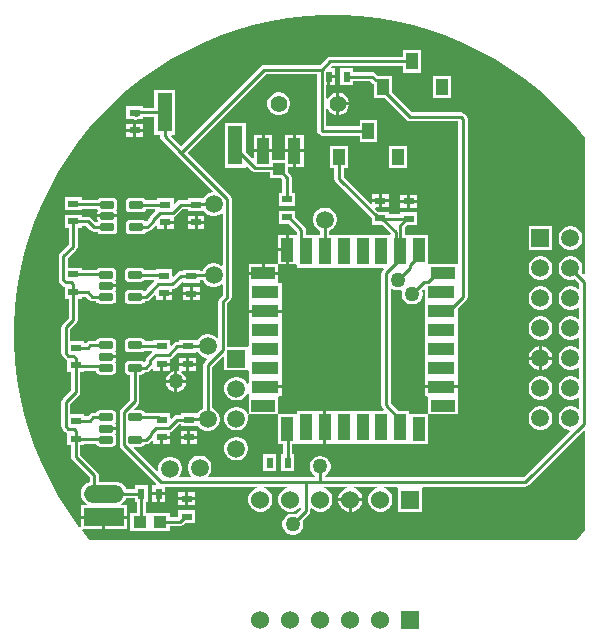
<source format=gbl>
G04*
G04 #@! TF.GenerationSoftware,Altium Limited,Altium Designer,22.7.1 (60)*
G04*
G04 Layer_Physical_Order=4*
G04 Layer_Color=16711680*
%FSLAX44Y44*%
%MOMM*%
G71*
G04*
G04 #@! TF.SameCoordinates,445EDDF3-7DE9-4779-8E76-6141CBC7C01E*
G04*
G04*
G04 #@! TF.FilePolarity,Positive*
G04*
G01*
G75*
%ADD16C,0.2540*%
%ADD24R,0.6000X0.9000*%
%ADD25R,0.9000X0.6000*%
%ADD28R,1.0000X1.4000*%
%ADD55C,1.5240*%
%ADD56C,1.5000*%
%ADD57C,1.3980*%
%ADD58R,1.5240X1.5240*%
%ADD59R,1.5000X1.5000*%
%ADD60C,1.2700*%
%ADD71R,1.2700X3.3000*%
%ADD72R,1.0000X1.0500*%
%ADD73R,1.0500X2.2000*%
%ADD74R,3.4000X1.5000*%
G04:AMPARAMS|DCode=75|XSize=0.67mm|YSize=1.17mm|CornerRadius=0.0402mm|HoleSize=0mm|Usage=FLASHONLY|Rotation=90.000|XOffset=0mm|YOffset=0mm|HoleType=Round|Shape=RoundedRectangle|*
%AMROUNDEDRECTD75*
21,1,0.6700,1.0896,0,0,90.0*
21,1,0.5896,1.1700,0,0,90.0*
1,1,0.0804,0.5448,0.2948*
1,1,0.0804,0.5448,-0.2948*
1,1,0.0804,-0.5448,-0.2948*
1,1,0.0804,-0.5448,0.2948*
%
%ADD75ROUNDEDRECTD75*%
%ADD76R,1.0000X2.0000*%
%ADD77R,2.0000X1.0000*%
%ADD78R,2.3000X1.0000*%
%ADD79R,1.0000X2.3000*%
%ADD80O,3.4000X1.5000*%
%ADD81R,1.1000X1.0000*%
G36*
X297694Y544053D02*
X312745Y542357D01*
X327676Y539820D01*
X342442Y536450D01*
X356995Y532257D01*
X371291Y527255D01*
X385283Y521459D01*
X398929Y514888D01*
X412185Y507562D01*
X425009Y499504D01*
X437361Y490740D01*
X449202Y481297D01*
X460495Y471204D01*
X471204Y460495D01*
X481297Y449202D01*
X488000Y440796D01*
Y429479D01*
Y412983D01*
Y407500D01*
Y394356D01*
Y385283D01*
Y373046D01*
Y361504D01*
Y348166D01*
Y338834D01*
Y326090D01*
X486730Y325564D01*
X485359Y326935D01*
X486040Y329478D01*
Y332122D01*
X485356Y334675D01*
X484034Y336965D01*
X482165Y338834D01*
X479875Y340156D01*
X477322Y340840D01*
X474678D01*
X472125Y340156D01*
X469835Y338834D01*
X467966Y336965D01*
X466644Y334675D01*
X465960Y332122D01*
Y329478D01*
X466644Y326925D01*
X467966Y324635D01*
X469835Y322766D01*
X472125Y321444D01*
X474678Y320760D01*
X477322D01*
X479865Y321441D01*
X483425Y317881D01*
Y313833D01*
X482252Y313347D01*
X482165Y313434D01*
X479875Y314756D01*
X477322Y315440D01*
X474678D01*
X472125Y314756D01*
X469835Y313434D01*
X467966Y311565D01*
X466644Y309275D01*
X465960Y306722D01*
Y304078D01*
X466644Y301525D01*
X467966Y299235D01*
X469835Y297366D01*
X472125Y296044D01*
X474678Y295360D01*
X477322D01*
X479875Y296044D01*
X482165Y297366D01*
X482252Y297453D01*
X483425Y296967D01*
Y288433D01*
X482252Y287947D01*
X482165Y288034D01*
X479875Y289356D01*
X477322Y290040D01*
X474678D01*
X472125Y289356D01*
X469835Y288034D01*
X467966Y286165D01*
X466644Y283875D01*
X465960Y281322D01*
Y278678D01*
X466644Y276125D01*
X467966Y273835D01*
X469835Y271966D01*
X472125Y270644D01*
X474678Y269960D01*
X477322D01*
X479875Y270644D01*
X482165Y271966D01*
X482252Y272053D01*
X483425Y271567D01*
Y263033D01*
X482252Y262547D01*
X482165Y262634D01*
X479875Y263956D01*
X477322Y264640D01*
X474678D01*
X472125Y263956D01*
X469835Y262634D01*
X467966Y260765D01*
X466644Y258475D01*
X465960Y255922D01*
Y253278D01*
X466644Y250725D01*
X467966Y248435D01*
X469835Y246566D01*
X472125Y245244D01*
X474678Y244560D01*
X477322D01*
X479875Y245244D01*
X482165Y246566D01*
X482252Y246653D01*
X483425Y246167D01*
Y237633D01*
X482252Y237147D01*
X482165Y237234D01*
X479875Y238556D01*
X477322Y239240D01*
X474678D01*
X472125Y238556D01*
X469835Y237234D01*
X467966Y235365D01*
X466644Y233075D01*
X465960Y230522D01*
Y227878D01*
X466644Y225325D01*
X467966Y223035D01*
X469835Y221166D01*
X472125Y219844D01*
X474678Y219160D01*
X477322D01*
X479875Y219844D01*
X482165Y221166D01*
X482252Y221253D01*
X483425Y220767D01*
Y212233D01*
X482252Y211747D01*
X482165Y211834D01*
X479875Y213156D01*
X477322Y213840D01*
X474678D01*
X472125Y213156D01*
X469835Y211834D01*
X467966Y209965D01*
X466644Y207675D01*
X465960Y205122D01*
Y202478D01*
X466644Y199925D01*
X467966Y197635D01*
X469835Y195766D01*
X472125Y194444D01*
X474678Y193760D01*
X474802D01*
X475288Y192587D01*
X436276Y153575D01*
X267885D01*
Y154978D01*
X269459Y155886D01*
X271114Y157541D01*
X272284Y159569D01*
X272890Y161830D01*
Y164170D01*
X272284Y166431D01*
X271114Y168459D01*
X269459Y170114D01*
X267431Y171284D01*
X265170Y171890D01*
X262830D01*
X260569Y171284D01*
X258541Y170114D01*
X256886Y168459D01*
X255716Y166431D01*
X255110Y164170D01*
Y161830D01*
X255716Y159569D01*
X256886Y157541D01*
X258541Y155886D01*
X260115Y154978D01*
Y153575D01*
X169569D01*
X169043Y154845D01*
X170034Y155835D01*
X171356Y158125D01*
X172040Y160678D01*
Y163322D01*
X171356Y165875D01*
X170034Y168165D01*
X168165Y170034D01*
X165875Y171356D01*
X163322Y172040D01*
X160678D01*
X158125Y171356D01*
X155835Y170034D01*
X153966Y168165D01*
X152644Y165875D01*
X151960Y163322D01*
Y160678D01*
X152644Y158125D01*
X153966Y155835D01*
X154957Y154845D01*
X154431Y153575D01*
X145433D01*
X144947Y154748D01*
X145034Y154835D01*
X146356Y157125D01*
X147040Y159678D01*
Y162322D01*
X146356Y164875D01*
X145034Y167165D01*
X143165Y169034D01*
X140875Y170356D01*
X138322Y171040D01*
X135678D01*
X133125Y170356D01*
X130835Y169034D01*
X128966Y167165D01*
X127644Y164875D01*
X126960Y162322D01*
Y159678D01*
X127010Y159490D01*
X125872Y158833D01*
X106226Y178479D01*
X106712Y179652D01*
X112648D01*
X113796Y179881D01*
X114769Y180531D01*
X115419Y181504D01*
X115461Y181715D01*
X116600D01*
X118087Y182011D01*
X119347Y182853D01*
X121787Y185293D01*
X122960Y184807D01*
Y181960D01*
X128730D01*
Y187500D01*
X130000D01*
Y188770D01*
X137040D01*
Y191997D01*
X137565Y192101D01*
X138825Y192943D01*
X144497Y198615D01*
X145960D01*
Y196960D01*
X160040D01*
X160040Y196960D01*
X161173Y196629D01*
X162835Y194966D01*
X165125Y193644D01*
X167678Y192960D01*
X170322D01*
X172875Y193644D01*
X175165Y194966D01*
X177034Y196835D01*
X178356Y199125D01*
X179040Y201678D01*
Y204322D01*
X178356Y206875D01*
X177034Y209165D01*
X175165Y211034D01*
X172885Y212350D01*
Y247396D01*
X181787Y256298D01*
X182960Y255812D01*
Y244160D01*
X202190D01*
X203040Y244160D01*
X203460Y243064D01*
Y239310D01*
X203460Y238960D01*
Y238040D01*
X203460Y237690D01*
Y233277D01*
X202190Y232962D01*
X201034Y234965D01*
X199165Y236834D01*
X196875Y238156D01*
X194322Y238840D01*
X191678D01*
X189125Y238156D01*
X186835Y236834D01*
X184966Y234965D01*
X183644Y232675D01*
X182960Y230122D01*
Y227478D01*
X183644Y224925D01*
X184966Y222635D01*
X186835Y220766D01*
X189125Y219444D01*
X191678Y218760D01*
X194322D01*
X196875Y219444D01*
X199165Y220766D01*
X201034Y222635D01*
X202190Y224638D01*
X203460Y224323D01*
X203460Y222040D01*
X203460Y221690D01*
Y208108D01*
X203460Y208100D01*
X203460Y208100D01*
X203460Y207877D01*
X202654Y207677D01*
X201716Y208384D01*
X201034Y209565D01*
X199165Y211434D01*
X196875Y212756D01*
X194322Y213440D01*
X191678D01*
X189125Y212756D01*
X186835Y211434D01*
X184966Y209565D01*
X183644Y207275D01*
X182960Y204722D01*
Y202078D01*
X183644Y199525D01*
X184966Y197235D01*
X186835Y195366D01*
X189125Y194044D01*
X191678Y193360D01*
X194322D01*
X196875Y194044D01*
X199165Y195366D01*
X201034Y197235D01*
X202356Y199525D01*
X203040Y202078D01*
Y204722D01*
X202880Y205319D01*
X203267Y206521D01*
Y206521D01*
X203267Y206521D01*
Y206521D01*
X203755Y206960D01*
X204312Y206960D01*
X227303D01*
X228460Y206960D01*
X228460Y205803D01*
Y181960D01*
X232615D01*
Y173040D01*
X230960D01*
Y158960D01*
X242040D01*
Y173040D01*
X240385D01*
Y181960D01*
X243190D01*
X243540Y181960D01*
X244460D01*
X244810Y181960D01*
X259190D01*
X259540Y181960D01*
X260460D01*
X260810Y181960D01*
X266730D01*
Y196000D01*
Y210040D01*
X260810D01*
X260460Y210040D01*
X259540D01*
X259190Y210040D01*
X244460D01*
Y207885D01*
X243540Y207040D01*
X243190Y207040D01*
X229697D01*
X228540Y207040D01*
X228540Y208197D01*
Y221690D01*
X228540Y222040D01*
X229385Y222960D01*
X231540D01*
Y229230D01*
X217500D01*
Y231770D01*
X231540D01*
Y237690D01*
X231540Y238040D01*
Y238960D01*
X231540Y239310D01*
Y253690D01*
X231540Y254040D01*
Y254960D01*
X231540Y255310D01*
Y269690D01*
X231540Y270040D01*
Y270960D01*
X231540Y271310D01*
Y285690D01*
X231540Y286040D01*
Y286960D01*
X231540Y287310D01*
Y293230D01*
X217500D01*
X203460D01*
Y287310D01*
X203460Y286960D01*
Y286040D01*
X203460Y285690D01*
Y271310D01*
X203460Y270960D01*
Y270040D01*
X203460Y269690D01*
Y265336D01*
X203040Y264240D01*
X202190Y264240D01*
X185575D01*
Y300954D01*
X188057Y303436D01*
X188899Y304697D01*
X189195Y306183D01*
Y389685D01*
X188899Y391171D01*
X188057Y392432D01*
X151991Y428497D01*
X218463Y494970D01*
X261345D01*
Y447770D01*
X261641Y446283D01*
X262483Y445023D01*
X263253Y444253D01*
X264513Y443411D01*
X266000Y443115D01*
X297460D01*
Y437460D01*
X312540D01*
Y456540D01*
X297460D01*
Y450885D01*
X269115D01*
Y465522D01*
X270385Y465862D01*
X271374Y464148D01*
X273148Y462374D01*
X275322Y461119D01*
X277730Y460474D01*
Y470000D01*
Y479526D01*
X275322Y478881D01*
X273148Y477626D01*
X271374Y475852D01*
X270385Y474138D01*
X269115Y474478D01*
Y485960D01*
X270230D01*
Y493000D01*
X271500D01*
Y494270D01*
X277040D01*
Y500040D01*
X273569D01*
X273083Y501213D01*
X273985Y502115D01*
X334460D01*
Y496460D01*
X349540D01*
Y515540D01*
X334460D01*
Y509885D01*
X272376D01*
X270889Y509589D01*
X269629Y508747D01*
X263621Y502739D01*
X216854D01*
X215368Y502443D01*
X214108Y501601D01*
X146497Y433991D01*
X137802Y442687D01*
X138288Y443860D01*
X141290D01*
Y481940D01*
X123510D01*
Y466785D01*
X114040D01*
Y468040D01*
X99960D01*
Y456960D01*
X105440D01*
X105513Y456911D01*
X107000Y456615D01*
X108500D01*
X109987Y456911D01*
X110060Y456960D01*
X114040D01*
Y459015D01*
X123510D01*
Y443860D01*
X128515D01*
Y442595D01*
X128811Y441108D01*
X129653Y439848D01*
X143750Y425751D01*
X173288Y396213D01*
X172802Y395040D01*
X172678D01*
X170125Y394356D01*
X167835Y393034D01*
X165966Y391165D01*
X165317Y390040D01*
X151960D01*
Y388385D01*
X145888D01*
X144402Y388089D01*
X143141Y387247D01*
X141213Y385319D01*
X140040Y385805D01*
Y390040D01*
X125960D01*
Y388335D01*
X116451D01*
X116419Y388496D01*
X115769Y389469D01*
X114796Y390119D01*
X113648Y390348D01*
X102752D01*
X101604Y390119D01*
X100631Y389469D01*
X99981Y388496D01*
X99752Y387348D01*
Y381452D01*
X99981Y380304D01*
X100631Y379331D01*
X101604Y378681D01*
X102752Y378452D01*
X113648D01*
X114796Y378681D01*
X115769Y379331D01*
X116419Y380304D01*
X116471Y380565D01*
X123887D01*
X124413Y379295D01*
X119644Y374526D01*
X118802Y373266D01*
X118506Y371779D01*
Y371740D01*
X117352Y370586D01*
X115769Y370669D01*
X114796Y371319D01*
X113648Y371548D01*
X102752D01*
X101604Y371319D01*
X100631Y370669D01*
X99981Y369696D01*
X99752Y368548D01*
Y362652D01*
X99981Y361504D01*
X100631Y360531D01*
X101604Y359881D01*
X102752Y359652D01*
X113648D01*
X114796Y359881D01*
X115769Y360531D01*
X116419Y361504D01*
X116461Y361715D01*
X117860D01*
X119347Y362011D01*
X120607Y362853D01*
X124690Y366936D01*
X125960Y366410D01*
Y363960D01*
X131730D01*
Y369500D01*
X133000D01*
Y370770D01*
X140040D01*
Y373997D01*
X140565Y374101D01*
X141825Y374943D01*
X147497Y380615D01*
X151960D01*
Y378960D01*
X165894D01*
X165966Y378835D01*
X167835Y376966D01*
X170125Y375644D01*
X172678Y374960D01*
X175322D01*
X177875Y375644D01*
X180165Y376966D01*
X180252Y377053D01*
X181425Y376567D01*
Y333433D01*
X180252Y332947D01*
X180165Y333034D01*
X177875Y334356D01*
X175322Y335040D01*
X172678D01*
X170125Y334356D01*
X167835Y333034D01*
X165966Y331165D01*
X164644Y328875D01*
X164580Y328635D01*
X162040D01*
Y329540D01*
X147960D01*
Y328385D01*
X146500D01*
X145013Y328089D01*
X143753Y327247D01*
X140213Y323707D01*
X139040Y324193D01*
Y330040D01*
X124960D01*
Y328835D01*
X115551D01*
X115419Y329496D01*
X114769Y330469D01*
X113796Y331119D01*
X112648Y331348D01*
X101752D01*
X100604Y331119D01*
X99631Y330469D01*
X98981Y329496D01*
X98752Y328348D01*
Y322452D01*
X98981Y321304D01*
X99631Y320331D01*
X100604Y319681D01*
X101752Y319452D01*
X112648D01*
X113796Y319681D01*
X114769Y320331D01*
X115260Y321065D01*
X123552D01*
X123938Y319795D01*
X123865Y319747D01*
X118644Y314526D01*
X117802Y313266D01*
X117745Y312979D01*
X116352Y311586D01*
X114769Y311669D01*
X113796Y312319D01*
X112648Y312548D01*
X101752D01*
X100604Y312319D01*
X99631Y311669D01*
X98981Y310696D01*
X98752Y309548D01*
Y303652D01*
X98981Y302504D01*
X99631Y301531D01*
X100604Y300881D01*
X101752Y300652D01*
X112648D01*
X113796Y300881D01*
X114769Y301531D01*
X115419Y302504D01*
X115461Y302715D01*
X116860D01*
X118347Y303011D01*
X119607Y303853D01*
X123690Y307936D01*
X124960Y307410D01*
Y303960D01*
X130730D01*
Y309500D01*
X132000D01*
Y310770D01*
X139040D01*
Y313123D01*
X140487Y313411D01*
X141747Y314253D01*
X146787Y319293D01*
X147960Y318807D01*
Y318460D01*
X162040D01*
Y320865D01*
X164794D01*
X165966Y318835D01*
X167835Y316966D01*
X170125Y315644D01*
X172678Y314960D01*
X175322D01*
X177875Y315644D01*
X180165Y316966D01*
X180252Y317053D01*
X181425Y316567D01*
Y307792D01*
X178943Y305310D01*
X178101Y304050D01*
X177805Y302563D01*
Y272189D01*
X176535Y271663D01*
X175165Y273034D01*
X172875Y274356D01*
X170322Y275040D01*
X167678D01*
X165125Y274356D01*
X162835Y273034D01*
X160966Y271165D01*
X160310Y270028D01*
X159040Y270040D01*
Y270040D01*
X144960D01*
Y268385D01*
X142888D01*
X141402Y268089D01*
X140141Y267247D01*
X138213Y265319D01*
X137040Y265805D01*
Y270040D01*
X122960D01*
Y268835D01*
X115551D01*
X115419Y269496D01*
X114769Y270469D01*
X113796Y271119D01*
X112648Y271348D01*
X101752D01*
X100604Y271119D01*
X99631Y270469D01*
X98981Y269496D01*
X98752Y268348D01*
Y262452D01*
X98981Y261304D01*
X99631Y260331D01*
X100604Y259681D01*
X101752Y259452D01*
X112648D01*
X113796Y259681D01*
X114769Y260331D01*
X115260Y261065D01*
X121387D01*
X121913Y259795D01*
X117644Y255526D01*
X116802Y254266D01*
X116506Y252779D01*
X115277Y251642D01*
X114769Y251669D01*
X113796Y252319D01*
X112648Y252548D01*
X101752D01*
X100604Y252319D01*
X99631Y251669D01*
X98981Y250696D01*
X98752Y249548D01*
Y243652D01*
X98981Y242504D01*
X99631Y241531D01*
X100604Y240881D01*
X101752Y240652D01*
X103315D01*
Y219598D01*
X95333Y211616D01*
X94491Y210356D01*
X94195Y208869D01*
Y181131D01*
X94491Y179644D01*
X95333Y178384D01*
X125504Y148213D01*
X125018Y147040D01*
X121960D01*
Y141270D01*
X127500D01*
X133040D01*
Y145805D01*
X210410D01*
X210578Y144535D01*
X209578Y144268D01*
X207262Y142930D01*
X205370Y141038D01*
X204032Y138722D01*
X203340Y136138D01*
Y133462D01*
X204032Y130878D01*
X205370Y128562D01*
X207262Y126670D01*
X209578Y125332D01*
X212162Y124640D01*
X214838D01*
X217422Y125332D01*
X219738Y126670D01*
X221630Y128562D01*
X222968Y130878D01*
X223660Y133462D01*
Y136138D01*
X222968Y138722D01*
X221630Y141038D01*
X219738Y142930D01*
X217422Y144268D01*
X216422Y144535D01*
X216590Y145805D01*
X235810D01*
X235978Y144535D01*
X234978Y144268D01*
X232662Y142930D01*
X230770Y141038D01*
X229432Y138722D01*
X228740Y136138D01*
Y133462D01*
X229432Y130878D01*
X230770Y128562D01*
X232662Y126670D01*
X234978Y125332D01*
X237562Y124640D01*
X240238D01*
X242822Y125332D01*
X245138Y126670D01*
X246845Y128377D01*
X248115Y128116D01*
Y126609D01*
X243926Y122420D01*
X242170Y122890D01*
X239830D01*
X237569Y122284D01*
X235541Y121114D01*
X233886Y119459D01*
X232716Y117431D01*
X232110Y115170D01*
Y112830D01*
X232716Y110569D01*
X233886Y108541D01*
X235541Y106886D01*
X237569Y105716D01*
X239830Y105110D01*
X242170D01*
X244431Y105716D01*
X246459Y106886D01*
X248114Y108541D01*
X249284Y110569D01*
X249890Y112830D01*
Y115170D01*
X249420Y116926D01*
X254747Y122253D01*
X255589Y123513D01*
X255885Y125000D01*
Y127051D01*
X257155Y127577D01*
X258062Y126670D01*
X260378Y125332D01*
X262962Y124640D01*
X265638D01*
X268222Y125332D01*
X270538Y126670D01*
X272430Y128562D01*
X273768Y130878D01*
X274460Y133462D01*
Y136138D01*
X273768Y138722D01*
X272430Y141038D01*
X270538Y142930D01*
X268222Y144268D01*
X267222Y144535D01*
X267390Y145805D01*
X286610D01*
X286778Y144535D01*
X285778Y144268D01*
X283462Y142930D01*
X281570Y141038D01*
X280232Y138722D01*
X279540Y136138D01*
Y136070D01*
X289700D01*
X299860D01*
Y136138D01*
X299168Y138722D01*
X297830Y141038D01*
X295938Y142930D01*
X293622Y144268D01*
X292622Y144535D01*
X292790Y145805D01*
X312010D01*
X312178Y144535D01*
X311178Y144268D01*
X308862Y142930D01*
X306970Y141038D01*
X305632Y138722D01*
X304940Y136138D01*
Y133462D01*
X305632Y130878D01*
X306970Y128562D01*
X308862Y126670D01*
X311178Y125332D01*
X313762Y124640D01*
X316438D01*
X319022Y125332D01*
X321338Y126670D01*
X323230Y128562D01*
X324568Y130878D01*
X325260Y133462D01*
Y136138D01*
X324568Y138722D01*
X323230Y141038D01*
X321338Y142930D01*
X319022Y144268D01*
X318022Y144535D01*
X318190Y145805D01*
X329420D01*
X330340Y144960D01*
X330340Y144535D01*
Y124640D01*
X350660D01*
Y144535D01*
X350660Y144960D01*
X351580Y145805D01*
X437885D01*
X439371Y146101D01*
X440632Y146943D01*
X486827Y193138D01*
X488000Y192652D01*
Y109204D01*
X481457Y101000D01*
X68542D01*
X62410Y108690D01*
X63022Y109960D01*
X79730D01*
Y118730D01*
X61460D01*
Y111918D01*
X60190Y111474D01*
X59260Y112639D01*
X50496Y124991D01*
X42439Y137815D01*
X35112Y151071D01*
X28541Y164717D01*
X22745Y178709D01*
X17743Y193005D01*
X13550Y207558D01*
X10180Y222324D01*
X7643Y237255D01*
X5947Y252306D01*
X5098Y267427D01*
Y275000D01*
Y282573D01*
X5947Y297694D01*
X7643Y312745D01*
X10180Y327676D01*
X13550Y342442D01*
X17743Y356995D01*
X22745Y371291D01*
X28541Y385283D01*
X35112Y398929D01*
X42438Y412185D01*
X50496Y425009D01*
X59260Y437361D01*
X68703Y449202D01*
X78796Y460495D01*
X89505Y471204D01*
X100798Y481297D01*
X112639Y490740D01*
X124991Y499504D01*
X137815Y507561D01*
X151071Y514888D01*
X164717Y521459D01*
X178709Y527255D01*
X193005Y532257D01*
X207558Y536450D01*
X222324Y539820D01*
X237255Y542357D01*
X252306Y544053D01*
X267427Y544902D01*
X282573D01*
X297694Y544053D01*
D02*
G37*
G36*
X160966Y258835D02*
X162835Y256966D01*
X165125Y255644D01*
X167678Y254960D01*
X167802D01*
X168288Y253787D01*
X166253Y251752D01*
X165411Y250492D01*
X165115Y249005D01*
Y212350D01*
X162835Y211034D01*
X160966Y209165D01*
X160840Y208946D01*
X160040Y208040D01*
Y208040D01*
X160040Y208040D01*
X145960D01*
Y206385D01*
X142888D01*
X141402Y206089D01*
X140141Y205247D01*
X138213Y203319D01*
X137040Y203805D01*
Y208040D01*
X127830D01*
X126600Y208285D01*
X115461D01*
X115419Y208496D01*
X114769Y209469D01*
X113796Y210119D01*
X112648Y210348D01*
X106712D01*
X106226Y211521D01*
X109947Y215242D01*
X110789Y216502D01*
X111085Y217989D01*
Y240652D01*
X112648D01*
X113796Y240881D01*
X114769Y241531D01*
X115419Y242504D01*
X115461Y242715D01*
X116860D01*
X118347Y243011D01*
X119607Y243853D01*
X121787Y246033D01*
X122960Y245547D01*
Y243960D01*
X128730D01*
Y249500D01*
X130000D01*
Y250770D01*
X137040D01*
Y253997D01*
X137565Y254101D01*
X138825Y254943D01*
X143690Y259808D01*
X144960Y259282D01*
Y258960D01*
X159040D01*
Y259631D01*
X160310Y259972D01*
X160966Y258835D01*
D02*
G37*
%LPC*%
G36*
X277040Y491730D02*
X272770D01*
Y485960D01*
X277040D01*
Y491730D01*
D02*
G37*
G36*
X374540Y493540D02*
X359460D01*
Y474460D01*
X374540D01*
Y493540D01*
D02*
G37*
G36*
X280270Y479526D02*
Y471270D01*
X288526D01*
X287881Y473679D01*
X286626Y475852D01*
X284852Y477626D01*
X282679Y478881D01*
X280270Y479526D01*
D02*
G37*
G36*
X288526Y468730D02*
X280270D01*
Y460474D01*
X282679Y461119D01*
X284852Y462374D01*
X286626Y464148D01*
X287881Y466321D01*
X288526Y468730D01*
D02*
G37*
G36*
X230255Y479530D02*
X227745D01*
X225322Y478881D01*
X223148Y477626D01*
X221374Y475852D01*
X220119Y473679D01*
X219470Y471255D01*
Y468745D01*
X220119Y466321D01*
X221374Y464148D01*
X223148Y462374D01*
X225322Y461119D01*
X227745Y460470D01*
X230255D01*
X232679Y461119D01*
X234852Y462374D01*
X236626Y464148D01*
X237881Y466321D01*
X238530Y468745D01*
Y471255D01*
X237881Y473679D01*
X236626Y475852D01*
X234852Y477626D01*
X232679Y478881D01*
X230255Y479530D01*
D02*
G37*
G36*
X114040Y453040D02*
X108270D01*
Y448770D01*
X114040D01*
Y453040D01*
D02*
G37*
G36*
X105730D02*
X99960D01*
Y448770D01*
X105730D01*
Y453040D01*
D02*
G37*
G36*
X114040Y446230D02*
X108270D01*
Y441960D01*
X114040D01*
Y446230D01*
D02*
G37*
G36*
X105730D02*
X99960D01*
Y441960D01*
X105730D01*
Y446230D01*
D02*
G37*
G36*
X223540Y443540D02*
X217020D01*
Y431270D01*
X223540D01*
Y443540D01*
D02*
G37*
G36*
X250040D02*
X243520D01*
Y431270D01*
X250040D01*
Y443540D01*
D02*
G37*
G36*
X214480D02*
X207960D01*
Y431270D01*
X214480D01*
Y443540D01*
D02*
G37*
G36*
X240980D02*
X234460D01*
Y431270D01*
X240980D01*
Y443540D01*
D02*
G37*
G36*
X250040Y428730D02*
X243520D01*
Y416460D01*
X250040D01*
Y428730D01*
D02*
G37*
G36*
X337540Y434540D02*
X322460D01*
Y415460D01*
X337540D01*
Y434540D01*
D02*
G37*
G36*
X322040Y393540D02*
X316270D01*
Y389270D01*
X322040D01*
Y393540D01*
D02*
G37*
G36*
X313730D02*
X307960D01*
Y389270D01*
X313730D01*
Y393540D01*
D02*
G37*
G36*
X346040Y393040D02*
X340270D01*
Y388770D01*
X346040D01*
Y393040D01*
D02*
G37*
G36*
X337730D02*
X331960D01*
Y388770D01*
X337730D01*
Y393040D01*
D02*
G37*
G36*
X200890Y454040D02*
X183110D01*
Y415960D01*
X200890D01*
Y416833D01*
X202063Y417318D01*
X206399Y412983D01*
X207659Y412141D01*
X209146Y411845D01*
X221460D01*
Y406960D01*
X231046D01*
X232115Y405891D01*
Y394540D01*
X228960D01*
Y383460D01*
X243040D01*
Y394540D01*
X239885D01*
Y407500D01*
X239589Y408987D01*
X238747Y410247D01*
X236540Y412454D01*
Y416460D01*
X240980D01*
Y428730D01*
X234460D01*
Y422540D01*
X223540D01*
Y428730D01*
X215750D01*
X207960D01*
Y424069D01*
X206787Y423583D01*
X200890Y429479D01*
Y454040D01*
D02*
G37*
G36*
X322040Y386730D02*
X316270D01*
Y382460D01*
X322040D01*
Y386730D01*
D02*
G37*
G36*
X346040Y386230D02*
X340270D01*
Y381960D01*
X346040D01*
Y386230D01*
D02*
G37*
G36*
X337730D02*
X331960D01*
Y381960D01*
X337730D01*
Y386230D01*
D02*
G37*
G36*
X62040Y391040D02*
X47960D01*
Y379960D01*
X62040D01*
Y381065D01*
X75429D01*
X75581Y380304D01*
X75984Y379700D01*
X75581Y379096D01*
X75352Y377948D01*
Y376270D01*
X83800D01*
X92248D01*
Y377948D01*
X92019Y379096D01*
X91616Y379700D01*
X92019Y380304D01*
X92248Y381452D01*
Y387348D01*
X92019Y388496D01*
X91369Y389469D01*
X90396Y390119D01*
X89248Y390348D01*
X78352D01*
X77204Y390119D01*
X76231Y389469D01*
X75807Y388835D01*
X62040D01*
Y391040D01*
D02*
G37*
G36*
X166040Y375040D02*
X160270D01*
Y370770D01*
X166040D01*
Y375040D01*
D02*
G37*
G36*
X157730D02*
X151960D01*
Y370770D01*
X157730D01*
Y375040D01*
D02*
G37*
G36*
X166040Y368230D02*
X160270D01*
Y363960D01*
X166040D01*
Y368230D01*
D02*
G37*
G36*
X157730D02*
X151960D01*
Y363960D01*
X157730D01*
Y368230D01*
D02*
G37*
G36*
X140040D02*
X134270D01*
Y363960D01*
X140040D01*
Y368230D01*
D02*
G37*
G36*
X62040Y376040D02*
X47960D01*
Y364960D01*
X51115D01*
Y350610D01*
X43943Y343438D01*
X43101Y342178D01*
X42805Y340691D01*
Y320922D01*
X43101Y319435D01*
X43943Y318175D01*
X46175Y315943D01*
X47435Y315101D01*
X47960Y314997D01*
Y304960D01*
X51115D01*
Y288610D01*
X45943Y283438D01*
X45101Y282178D01*
X44805Y280691D01*
Y258922D01*
X45101Y257435D01*
X45943Y256175D01*
X48175Y253943D01*
X49435Y253101D01*
X49960Y252997D01*
Y242960D01*
X53115D01*
Y227610D01*
X45943Y220438D01*
X45101Y219177D01*
X44805Y217691D01*
Y196922D01*
X45101Y195435D01*
X45943Y194175D01*
X48175Y191943D01*
X49435Y191101D01*
X49960Y190997D01*
Y180960D01*
X53115D01*
Y171321D01*
X53411Y169834D01*
X54253Y168574D01*
X68885Y153942D01*
Y149782D01*
X68879Y149782D01*
X66437Y148770D01*
X64339Y147161D01*
X62730Y145063D01*
X61718Y142621D01*
X61373Y140000D01*
X61718Y137379D01*
X62730Y134937D01*
X64339Y132839D01*
X66333Y131310D01*
X66334Y131168D01*
X65482Y130040D01*
X61460D01*
Y121270D01*
X81000D01*
X100540D01*
Y130040D01*
X96518D01*
X95666Y131168D01*
X95667Y131310D01*
X97661Y132839D01*
X99270Y134937D01*
X99758Y136115D01*
X106960D01*
Y132960D01*
X108615D01*
Y123540D01*
X103460D01*
Y108460D01*
X119190D01*
X119540Y108460D01*
X120460D01*
X120810Y108460D01*
X136540D01*
Y112115D01*
X145000D01*
X146487Y112411D01*
X147747Y113253D01*
X149454Y114960D01*
X158040D01*
Y126040D01*
X143960D01*
Y120454D01*
X143391Y119885D01*
X136540D01*
Y123540D01*
X120810D01*
X120460Y123540D01*
X119540D01*
X119190Y123540D01*
X116385D01*
Y132960D01*
X118040D01*
Y147040D01*
X106960D01*
Y143885D01*
X99758D01*
X99270Y145063D01*
X97661Y147161D01*
X95563Y148770D01*
X93121Y149782D01*
X90500Y150127D01*
X76655D01*
Y155551D01*
X76359Y157037D01*
X75517Y158298D01*
X60885Y172930D01*
Y180960D01*
X64040D01*
Y182165D01*
X74449D01*
X74581Y181504D01*
X75231Y180531D01*
X76204Y179881D01*
X77352Y179652D01*
X88248D01*
X89396Y179881D01*
X90369Y180531D01*
X91019Y181504D01*
X91248Y182652D01*
Y188548D01*
X91019Y189696D01*
X90616Y190300D01*
X91019Y190904D01*
X91248Y192052D01*
Y193730D01*
X82800D01*
Y196270D01*
X91248D01*
Y197948D01*
X91019Y199096D01*
X90616Y199700D01*
X91019Y200304D01*
X91248Y201452D01*
Y207348D01*
X91019Y208496D01*
X90369Y209469D01*
X89396Y210119D01*
X88248Y210348D01*
X77352D01*
X76204Y210119D01*
X75231Y209469D01*
X74581Y208496D01*
X74539Y208285D01*
X71715D01*
X70228Y207989D01*
X68968Y207147D01*
X67206Y205385D01*
X64040D01*
Y207040D01*
X52575D01*
Y216082D01*
X59747Y223254D01*
X60589Y224514D01*
X60885Y226001D01*
Y242960D01*
X64040D01*
Y243665D01*
X74352D01*
Y243652D01*
X74581Y242504D01*
X75231Y241531D01*
X76204Y240881D01*
X77352Y240652D01*
X88248D01*
X89396Y240881D01*
X90369Y241531D01*
X91019Y242504D01*
X91248Y243652D01*
Y249548D01*
X91019Y250696D01*
X90616Y251300D01*
X91019Y251904D01*
X91248Y253052D01*
Y254730D01*
X82800D01*
Y257270D01*
X91248D01*
Y258948D01*
X91019Y260096D01*
X90616Y260700D01*
X91019Y261304D01*
X91248Y262452D01*
Y268348D01*
X91019Y269496D01*
X90369Y270469D01*
X89396Y271119D01*
X88248Y271348D01*
X77352D01*
X76204Y271119D01*
X75231Y270469D01*
X74581Y269496D01*
X74539Y269285D01*
X69310D01*
X67823Y268989D01*
X66563Y268147D01*
X65801Y267385D01*
X64040D01*
Y269040D01*
X52575D01*
Y279082D01*
X57747Y284254D01*
X58589Y285514D01*
X58885Y287001D01*
Y304960D01*
X62040D01*
Y306615D01*
X65706D01*
X68468Y303853D01*
X69728Y303011D01*
X71215Y302715D01*
X74539D01*
X74581Y302504D01*
X75231Y301531D01*
X76204Y300881D01*
X77352Y300652D01*
X88248D01*
X89396Y300881D01*
X90369Y301531D01*
X91019Y302504D01*
X91248Y303652D01*
Y309548D01*
X91019Y310696D01*
X90616Y311300D01*
X91019Y311904D01*
X91248Y313052D01*
Y314730D01*
X82800D01*
Y317270D01*
X91248D01*
Y318948D01*
X91019Y320096D01*
X90616Y320700D01*
X91019Y321304D01*
X91248Y322452D01*
Y328348D01*
X91019Y329496D01*
X90369Y330469D01*
X89396Y331119D01*
X88248Y331348D01*
X77352D01*
X76204Y331119D01*
X75231Y330469D01*
X74581Y329496D01*
X74549Y329335D01*
X62040D01*
Y331040D01*
X50575D01*
Y339082D01*
X57747Y346254D01*
X58589Y347514D01*
X58885Y349001D01*
Y364960D01*
X62040D01*
Y366615D01*
X65706D01*
X69468Y362853D01*
X70729Y362011D01*
X72215Y361715D01*
X75539D01*
X75581Y361504D01*
X76231Y360531D01*
X77204Y359881D01*
X78352Y359652D01*
X89248D01*
X90396Y359881D01*
X91369Y360531D01*
X92019Y361504D01*
X92248Y362652D01*
Y368548D01*
X92019Y369696D01*
X91616Y370300D01*
X92019Y370904D01*
X92248Y372052D01*
Y373730D01*
X83800D01*
X75352D01*
Y372052D01*
X75581Y370904D01*
X75735Y370673D01*
X75093Y369485D01*
X73824D01*
X70062Y373247D01*
X68802Y374089D01*
X67315Y374385D01*
X62040D01*
Y376040D01*
D02*
G37*
G36*
X234730Y359040D02*
X228460D01*
Y347770D01*
X234730D01*
Y359040D01*
D02*
G37*
G36*
X477322Y366240D02*
X474678D01*
X472125Y365556D01*
X469835Y364234D01*
X467966Y362365D01*
X466644Y360075D01*
X465960Y357522D01*
Y354878D01*
X466644Y352325D01*
X467966Y350035D01*
X469835Y348166D01*
X472125Y346844D01*
X474678Y346160D01*
X477322D01*
X479875Y346844D01*
X482165Y348166D01*
X484034Y350035D01*
X485356Y352325D01*
X486040Y354878D01*
Y357522D01*
X485356Y360075D01*
X484034Y362365D01*
X482165Y364234D01*
X479875Y365556D01*
X477322Y366240D01*
D02*
G37*
G36*
X460640D02*
X440560D01*
Y346160D01*
X460640D01*
Y366240D01*
D02*
G37*
G36*
X292040Y500040D02*
X280960D01*
Y485960D01*
X292040D01*
Y489115D01*
X306391D01*
X308523Y486983D01*
X309460Y486357D01*
Y474460D01*
X319046D01*
X337253Y456253D01*
X338513Y455411D01*
X340000Y455115D01*
X381115D01*
Y335072D01*
X380540Y334040D01*
X355540D01*
Y359040D01*
X340810D01*
X340460Y359040D01*
Y359040D01*
X339540D01*
Y359040D01*
X335885D01*
Y365391D01*
X337454Y366960D01*
X346040D01*
Y378040D01*
X331960D01*
Y376635D01*
X322040D01*
Y378540D01*
X313454D01*
X310707Y381287D01*
X311193Y382460D01*
X313730D01*
Y386730D01*
X307960D01*
Y385693D01*
X306787Y385207D01*
X283885Y408109D01*
Y415460D01*
X287540D01*
Y434540D01*
X272460D01*
Y415460D01*
X276115D01*
Y406500D01*
X276411Y405013D01*
X277253Y403753D01*
X307960Y373046D01*
Y367460D01*
X316546D01*
X323807Y360200D01*
X323170Y359040D01*
X308810D01*
X308460Y359040D01*
X307540D01*
X307190Y359040D01*
X292810D01*
X292460Y359040D01*
X291540D01*
X291190Y359040D01*
X276810D01*
X276460Y359040D01*
X275540D01*
X275190Y359040D01*
X271885D01*
Y362650D01*
X274165Y363966D01*
X276034Y365835D01*
X277356Y368125D01*
X278040Y370678D01*
Y373322D01*
X277356Y375875D01*
X276034Y378165D01*
X274165Y380034D01*
X271875Y381356D01*
X269322Y382040D01*
X266678D01*
X264125Y381356D01*
X261835Y380034D01*
X259966Y378165D01*
X258644Y375875D01*
X257960Y373322D01*
Y370678D01*
X258644Y368125D01*
X259966Y365835D01*
X261835Y363966D01*
X264115Y362650D01*
Y359040D01*
X260810D01*
X260460Y359040D01*
X259540D01*
X259190Y359040D01*
X252155D01*
Y363230D01*
X251859Y364717D01*
X251017Y365977D01*
X243040Y373954D01*
Y379540D01*
X228960D01*
Y368460D01*
X237546D01*
X244385Y361621D01*
Y359960D01*
X243540Y359040D01*
X243115Y359040D01*
X237270D01*
Y346500D01*
Y333960D01*
X243190D01*
X243540Y333960D01*
X244460Y333115D01*
Y330960D01*
X259190D01*
X259540Y330960D01*
X260460D01*
X260810Y330960D01*
X275190D01*
X275540Y330960D01*
X276460D01*
X276810Y330960D01*
X291190D01*
X291540Y330960D01*
X292460D01*
X292810Y330960D01*
X307190D01*
X307540Y330960D01*
X308460D01*
X308810Y330960D01*
X317307D01*
X317793Y329787D01*
X317093Y329087D01*
X316251Y327827D01*
X315955Y326340D01*
Y214660D01*
X316251Y213173D01*
X317093Y211913D01*
X317793Y211213D01*
X317307Y210040D01*
X308810D01*
X308460Y210040D01*
X307540D01*
X307190Y210040D01*
X292810D01*
X292460Y210040D01*
X291540D01*
X291190Y210040D01*
X276810D01*
X276460Y210040D01*
X275540D01*
X275190Y210040D01*
X269270D01*
Y196000D01*
Y181960D01*
X275190D01*
X275540Y181960D01*
X276460D01*
X276810Y181960D01*
X291190D01*
X291540Y181960D01*
X292460D01*
X292810Y181960D01*
X307190D01*
X307540Y181960D01*
X308460D01*
X308810Y181960D01*
X323540D01*
Y181960D01*
X324460D01*
Y181960D01*
X339190D01*
X339540Y181960D01*
X340460D01*
X340810Y181960D01*
X355540D01*
Y205803D01*
X355540Y206960D01*
X356697Y206960D01*
X380540D01*
Y221690D01*
X380540Y222040D01*
Y222960D01*
X380540Y223310D01*
Y229230D01*
X366500D01*
X352460D01*
Y222960D01*
X354615D01*
X355460Y222040D01*
X355460Y221690D01*
Y208197D01*
X355460Y207040D01*
X354303Y207040D01*
X340810D01*
X340460Y207040D01*
X339540Y207885D01*
Y210040D01*
X329954D01*
X323725Y216269D01*
Y313023D01*
X324995Y313624D01*
X326569Y312716D01*
X328830Y312110D01*
X331170D01*
X332403Y312440D01*
X333440Y311403D01*
X333110Y310170D01*
Y307830D01*
X333716Y305569D01*
X334886Y303541D01*
X336541Y301886D01*
X338569Y300716D01*
X340830Y300110D01*
X343170D01*
X345431Y300716D01*
X347459Y301886D01*
X349114Y303541D01*
X350284Y305569D01*
X350890Y307830D01*
Y310170D01*
X350420Y311926D01*
X351287Y312793D01*
X352460Y312307D01*
Y302960D01*
X352460D01*
Y302040D01*
X352460D01*
Y287310D01*
X352460Y286960D01*
Y286040D01*
X352460Y285690D01*
Y271310D01*
X352460Y270960D01*
Y270040D01*
X352460Y269690D01*
Y255310D01*
X352460Y254960D01*
Y254040D01*
X352460Y253690D01*
Y239310D01*
X352460Y238960D01*
Y238040D01*
X352460Y237690D01*
Y231770D01*
X366500D01*
X380540D01*
Y237690D01*
X380540Y238040D01*
Y238960D01*
X380540Y239310D01*
Y253690D01*
X380540Y254040D01*
Y254960D01*
X380540Y255310D01*
Y269690D01*
X380540Y270040D01*
Y270960D01*
X380540Y271310D01*
Y285690D01*
X380540Y286040D01*
Y286960D01*
X380540Y287310D01*
Y296546D01*
X387747Y303753D01*
X388589Y305013D01*
X388885Y306500D01*
Y457512D01*
X388589Y458999D01*
X387747Y460259D01*
X386259Y461747D01*
X384999Y462589D01*
X383512Y462885D01*
X341609D01*
X324540Y479954D01*
Y493540D01*
X313645D01*
X313270Y493615D01*
X312879D01*
X310747Y495747D01*
X309487Y496589D01*
X308000Y496885D01*
X292040D01*
Y500040D01*
D02*
G37*
G36*
X234730Y345230D02*
X228460D01*
Y335197D01*
X228460Y334040D01*
X227303Y334040D01*
X217270D01*
Y327770D01*
X228540D01*
Y332803D01*
X228540Y333960D01*
X229697Y333960D01*
X234730D01*
Y345230D01*
D02*
G37*
G36*
X214730Y334040D02*
X203460D01*
Y327770D01*
X214730D01*
Y334040D01*
D02*
G37*
G36*
X451922Y340840D02*
X449278D01*
X446725Y340156D01*
X444435Y338834D01*
X442566Y336965D01*
X441244Y334675D01*
X440560Y332122D01*
Y329478D01*
X441244Y326925D01*
X442566Y324635D01*
X444435Y322766D01*
X446725Y321444D01*
X449278Y320760D01*
X451922D01*
X454475Y321444D01*
X456765Y322766D01*
X458634Y324635D01*
X459956Y326925D01*
X460640Y329478D01*
Y332122D01*
X459956Y334675D01*
X458634Y336965D01*
X456765Y338834D01*
X454475Y340156D01*
X451922Y340840D01*
D02*
G37*
G36*
X162040Y314540D02*
X156270D01*
Y310270D01*
X162040D01*
Y314540D01*
D02*
G37*
G36*
X153730D02*
X147960D01*
Y310270D01*
X153730D01*
Y314540D01*
D02*
G37*
G36*
X139040Y308230D02*
X133270D01*
Y303960D01*
X139040D01*
Y308230D01*
D02*
G37*
G36*
X162040Y307730D02*
X156270D01*
Y303460D01*
X162040D01*
Y307730D01*
D02*
G37*
G36*
X153730D02*
X147960D01*
Y303460D01*
X153730D01*
Y307730D01*
D02*
G37*
G36*
X228540Y325230D02*
X216000D01*
X203460D01*
Y319310D01*
X203460Y318960D01*
Y318040D01*
X203460Y317690D01*
Y303310D01*
X203460Y302960D01*
Y302040D01*
X203460Y301690D01*
Y295770D01*
X217500D01*
X231540D01*
Y301690D01*
X231540Y302040D01*
Y302960D01*
X231540Y303310D01*
Y318040D01*
X229385D01*
X228540Y318960D01*
X228540Y319310D01*
Y325230D01*
D02*
G37*
G36*
X451922Y315440D02*
X449278D01*
X446725Y314756D01*
X444435Y313434D01*
X442566Y311565D01*
X441244Y309275D01*
X440560Y306722D01*
Y304078D01*
X441244Y301525D01*
X442566Y299235D01*
X444435Y297366D01*
X446725Y296044D01*
X449278Y295360D01*
X451922D01*
X454475Y296044D01*
X456765Y297366D01*
X458634Y299235D01*
X459956Y301525D01*
X460640Y304078D01*
Y306722D01*
X459956Y309275D01*
X458634Y311565D01*
X456765Y313434D01*
X454475Y314756D01*
X451922Y315440D01*
D02*
G37*
G36*
Y290040D02*
X449278D01*
X446725Y289356D01*
X444435Y288034D01*
X442566Y286165D01*
X441244Y283875D01*
X440560Y281322D01*
Y278678D01*
X441244Y276125D01*
X442566Y273835D01*
X444435Y271966D01*
X446725Y270644D01*
X449278Y269960D01*
X451922D01*
X454475Y270644D01*
X456765Y271966D01*
X458634Y273835D01*
X459956Y276125D01*
X460640Y278678D01*
Y281322D01*
X459956Y283875D01*
X458634Y286165D01*
X456765Y288034D01*
X454475Y289356D01*
X451922Y290040D01*
D02*
G37*
G36*
Y264640D02*
X451870D01*
Y255870D01*
X460640D01*
Y255922D01*
X459956Y258475D01*
X458634Y260765D01*
X456765Y262634D01*
X454475Y263956D01*
X451922Y264640D01*
D02*
G37*
G36*
X449330D02*
X449278D01*
X446725Y263956D01*
X444435Y262634D01*
X442566Y260765D01*
X441244Y258475D01*
X440560Y255922D01*
Y255870D01*
X449330D01*
Y264640D01*
D02*
G37*
G36*
X460640Y253330D02*
X451870D01*
Y244560D01*
X451922D01*
X454475Y245244D01*
X456765Y246566D01*
X458634Y248435D01*
X459956Y250725D01*
X460640Y253278D01*
Y253330D01*
D02*
G37*
G36*
X449330D02*
X440560D01*
Y253278D01*
X441244Y250725D01*
X442566Y248435D01*
X444435Y246566D01*
X446725Y245244D01*
X449278Y244560D01*
X449330D01*
Y253330D01*
D02*
G37*
G36*
X451922Y239240D02*
X449278D01*
X446725Y238556D01*
X444435Y237234D01*
X442566Y235365D01*
X441244Y233075D01*
X440560Y230522D01*
Y227878D01*
X441244Y225325D01*
X442566Y223035D01*
X444435Y221166D01*
X446725Y219844D01*
X449278Y219160D01*
X451922D01*
X454475Y219844D01*
X456765Y221166D01*
X458634Y223035D01*
X459956Y225325D01*
X460640Y227878D01*
Y230522D01*
X459956Y233075D01*
X458634Y235365D01*
X456765Y237234D01*
X454475Y238556D01*
X451922Y239240D01*
D02*
G37*
G36*
Y213840D02*
X449278D01*
X446725Y213156D01*
X444435Y211834D01*
X442566Y209965D01*
X441244Y207675D01*
X440560Y205122D01*
Y202478D01*
X441244Y199925D01*
X442566Y197635D01*
X444435Y195766D01*
X446725Y194444D01*
X449278Y193760D01*
X451922D01*
X454475Y194444D01*
X456765Y195766D01*
X458634Y197635D01*
X459956Y199925D01*
X460640Y202478D01*
Y205122D01*
X459956Y207675D01*
X458634Y209965D01*
X456765Y211834D01*
X454475Y213156D01*
X451922Y213840D01*
D02*
G37*
G36*
X160040Y193040D02*
X154270D01*
Y188770D01*
X160040D01*
Y193040D01*
D02*
G37*
G36*
X151730D02*
X145960D01*
Y188770D01*
X151730D01*
Y193040D01*
D02*
G37*
G36*
X160040Y186230D02*
X154270D01*
Y181960D01*
X160040D01*
Y186230D01*
D02*
G37*
G36*
X151730D02*
X145960D01*
Y181960D01*
X151730D01*
Y186230D01*
D02*
G37*
G36*
X137040D02*
X131270D01*
Y181960D01*
X137040D01*
Y186230D01*
D02*
G37*
G36*
X194322Y188040D02*
X191678D01*
X189125Y187356D01*
X186835Y186034D01*
X184966Y184165D01*
X183644Y181875D01*
X182960Y179322D01*
Y176678D01*
X183644Y174125D01*
X184966Y171835D01*
X186835Y169966D01*
X189125Y168644D01*
X191678Y167960D01*
X194322D01*
X196875Y168644D01*
X199165Y169966D01*
X201034Y171835D01*
X202356Y174125D01*
X203040Y176678D01*
Y179322D01*
X202356Y181875D01*
X201034Y184165D01*
X199165Y186034D01*
X196875Y187356D01*
X194322Y188040D01*
D02*
G37*
G36*
X227040Y173040D02*
X215960D01*
Y158960D01*
X227040D01*
Y173040D01*
D02*
G37*
G36*
X158040Y141040D02*
X152270D01*
Y136770D01*
X158040D01*
Y141040D01*
D02*
G37*
G36*
X149730D02*
X143960D01*
Y136770D01*
X149730D01*
Y141040D01*
D02*
G37*
G36*
X133040Y138730D02*
X128770D01*
Y132960D01*
X133040D01*
Y138730D01*
D02*
G37*
G36*
X126230D02*
X121960D01*
Y132960D01*
X126230D01*
Y138730D01*
D02*
G37*
G36*
X158040Y134230D02*
X152270D01*
Y129960D01*
X158040D01*
Y134230D01*
D02*
G37*
G36*
X149730D02*
X143960D01*
Y129960D01*
X149730D01*
Y134230D01*
D02*
G37*
G36*
X299860Y133530D02*
X290970D01*
Y124640D01*
X291038D01*
X293622Y125332D01*
X295938Y126670D01*
X297830Y128562D01*
X299168Y130878D01*
X299860Y133462D01*
Y133530D01*
D02*
G37*
G36*
X288430D02*
X279540D01*
Y133462D01*
X280232Y130878D01*
X281570Y128562D01*
X283462Y126670D01*
X285778Y125332D01*
X288362Y124640D01*
X288430D01*
Y133530D01*
D02*
G37*
G36*
X100540Y118730D02*
X82270D01*
Y109960D01*
X100540D01*
Y118730D01*
D02*
G37*
G36*
X159040Y255040D02*
X153270D01*
Y250770D01*
X159040D01*
Y255040D01*
D02*
G37*
G36*
X150730D02*
X144960D01*
Y250770D01*
X150730D01*
Y255040D01*
D02*
G37*
G36*
X159040Y248230D02*
X153270D01*
Y243960D01*
X159040D01*
Y248230D01*
D02*
G37*
G36*
X137040D02*
X131270D01*
Y243960D01*
X137040D01*
Y248230D01*
D02*
G37*
G36*
X150730D02*
X144960D01*
Y244725D01*
X143787Y243725D01*
X143270Y243863D01*
Y236270D01*
X150863D01*
X150284Y238431D01*
X149114Y240459D01*
X147459Y242114D01*
X146461Y242690D01*
X146801Y243960D01*
X150730D01*
Y248230D01*
D02*
G37*
G36*
X140730Y243863D02*
X138569Y243284D01*
X136541Y242114D01*
X134886Y240459D01*
X133716Y238431D01*
X133137Y236270D01*
X140730D01*
Y243863D01*
D02*
G37*
G36*
X150863Y233730D02*
X143270D01*
Y226137D01*
X145431Y226716D01*
X147459Y227886D01*
X149114Y229541D01*
X150284Y231569D01*
X150863Y233730D01*
D02*
G37*
G36*
X140730D02*
X133137D01*
X133716Y231569D01*
X134886Y229541D01*
X136541Y227886D01*
X138569Y226716D01*
X140730Y226137D01*
Y233730D01*
D02*
G37*
%LPD*%
D16*
X216854Y498854D02*
X265230D01*
X272376Y506000D01*
X265230Y447770D02*
Y498854D01*
X272376Y506000D02*
X342000D01*
X146497Y428497D02*
X185310Y389685D01*
X132400Y442595D02*
X146497Y428497D01*
X216854Y498854D01*
X132400Y442595D02*
Y462900D01*
X108500Y460500D02*
X110900Y462900D01*
X132400D01*
X107000Y460500D02*
X108500D01*
X264000Y149690D02*
Y163000D01*
X241000Y114000D02*
X252000Y125000D01*
Y149690D01*
X129521D02*
X252000D01*
X264000D01*
X437885D01*
X319840Y214660D02*
X332000Y202500D01*
Y196000D02*
Y202500D01*
Y367000D02*
X337500Y372500D01*
X332000Y345000D02*
Y367000D01*
X476000Y330800D02*
X487310Y319490D01*
Y199115D02*
Y319490D01*
X437885Y149690D02*
X487310Y199115D01*
X98080Y181131D02*
X129521Y149690D01*
X98080Y181131D02*
Y208869D01*
X107200Y217989D01*
Y246600D01*
X116600Y185600D02*
X120951Y189951D01*
Y191339D02*
X125302Y195690D01*
X136078D02*
X142888Y202500D01*
X125302Y195690D02*
X136078D01*
X120951Y189951D02*
Y191339D01*
X142888Y202500D02*
X153000D01*
X107200Y185600D02*
X116600D01*
X153000Y202500D02*
X153250Y202750D01*
X332000Y338500D02*
Y345000D01*
X319840Y326340D02*
X332000Y338500D01*
X319840Y214660D02*
Y326340D01*
X340270Y333770D02*
X348000Y341500D01*
X340270Y331270D02*
Y333770D01*
X330000Y321000D02*
X340270Y331270D01*
X348000Y341500D02*
Y346500D01*
X266000Y447000D02*
X305000D01*
X265230Y447770D02*
X266000Y447000D01*
X181690Y302563D02*
X185310Y306183D01*
X181690Y261695D02*
Y302563D01*
X185310Y306183D02*
Y389685D01*
X169000Y249005D02*
X181690Y261695D01*
X169000Y203000D02*
Y249005D01*
X153250Y202750D02*
X168750D01*
X169000Y203000D01*
X154250Y264750D02*
X168750D01*
X154000Y264500D02*
X154250Y264750D01*
X168750D02*
X169000Y265000D01*
X173750Y324750D02*
X174000Y325000D01*
X159000Y324500D02*
X159250Y324750D01*
X173750D01*
X159250Y384750D02*
X173750D01*
X159000Y384500D02*
X159250Y384750D01*
X173750D02*
X174000Y385000D01*
X355270Y318770D02*
X363000Y326500D01*
X351770Y318770D02*
X355270D01*
X342000Y309000D02*
X351770Y318770D01*
X363000Y326500D02*
X368000D01*
X236500Y166000D02*
Y194000D01*
X236000Y194500D02*
X236500Y194000D01*
X209146Y415730D02*
X228020D01*
X191230Y433646D02*
X209146Y415730D01*
X228020D02*
X229000Y414750D01*
X191230Y433646D02*
Y437770D01*
X190000Y439000D02*
X191230Y437770D01*
X229000Y414500D02*
X236000Y407500D01*
Y389000D02*
Y407500D01*
X229000Y414500D02*
Y414750D01*
X237500Y374000D02*
X248270Y363230D01*
X236000Y374000D02*
X237500D01*
X248270Y348730D02*
X252000Y345000D01*
X248270Y348730D02*
Y363230D01*
X268000Y345000D02*
Y372000D01*
X311270Y489730D02*
X313270D01*
X286500Y493000D02*
X308000D01*
X317000Y484000D02*
Y486000D01*
X313270Y489730D02*
X317000Y486000D01*
X308000Y493000D02*
X311270Y489730D01*
X317000Y482000D02*
X340000Y459000D01*
X383512D01*
X317000Y482000D02*
Y484000D01*
X385000Y306500D02*
Y457512D01*
X383512Y459000D02*
X385000Y457512D01*
X373000Y294500D02*
X385000Y306500D01*
X366500Y294500D02*
X373000D01*
X280000Y406500D02*
X313500Y373000D01*
X315000D01*
X280000Y406500D02*
Y425000D01*
X316750Y372750D02*
X338750D01*
X328270Y348730D02*
Y361230D01*
X316750Y372750D02*
X328270Y361230D01*
Y348730D02*
X332000Y345000D01*
X128500Y116000D02*
X145000D01*
X149500Y120500D01*
X151000D01*
X111500Y116000D02*
X112500Y117000D01*
Y140000D01*
X126600Y204400D02*
X128500Y202500D01*
X107200Y204400D02*
X126600D01*
X128500Y202500D02*
X130000D01*
X116860Y246600D02*
X120391Y250131D01*
Y252779D01*
X125302Y257690D01*
X136078D01*
X142888Y264500D02*
X154000D01*
X107200Y246600D02*
X116860D01*
X136078Y257690D02*
X142888Y264500D01*
X146500Y324500D02*
X159000D01*
X139000Y317000D02*
X146500Y324500D01*
X116860Y306600D02*
X121391Y311131D01*
Y311779D01*
X126612Y317000D02*
X139000D01*
X107200Y306600D02*
X116860D01*
X121391Y311779D02*
X126612Y317000D01*
X131550Y324950D02*
X132000Y324500D01*
X107200Y325400D02*
X107650Y324950D01*
X131550D01*
X145888Y384500D02*
X159000D01*
X139078Y377690D02*
X145888Y384500D01*
X128302Y377690D02*
X139078D01*
X122391Y371779D02*
X128302Y377690D01*
X122391Y370131D02*
Y371779D01*
X117860Y365600D02*
X122391Y370131D01*
X108200Y365600D02*
X117860D01*
X108250Y384450D02*
X132950D01*
X108200Y384400D02*
X108250Y384450D01*
X132950D02*
X133000Y384500D01*
X55512Y194690D02*
X57000Y193202D01*
X50922Y194690D02*
X55512D01*
X48690Y196922D02*
X50922Y194690D01*
X48690Y196922D02*
Y217691D01*
X57000Y226001D01*
X57000Y186500D02*
Y193202D01*
X57000Y226001D02*
Y248500D01*
X57000Y186500D02*
X57450Y186050D01*
X82350D01*
X82800Y185600D01*
X57000Y201500D02*
X68815D01*
X71715Y204400D01*
X82800D01*
X48690Y280691D02*
X55000Y287001D01*
X48690Y258922D02*
X50922Y256690D01*
X55000D01*
X57000Y254690D01*
Y248500D02*
Y254690D01*
X55000Y287001D02*
Y310500D01*
X48690Y258922D02*
Y280691D01*
X46690Y340691D02*
X55000Y349001D01*
X46690Y320922D02*
X48922Y318690D01*
X55000Y349001D02*
Y370500D01*
X46690Y320922D02*
Y340691D01*
X48922Y318690D02*
X53512D01*
X55000Y317202D01*
Y310500D02*
Y317202D01*
X83250Y384950D02*
X83800Y384400D01*
X55000Y385500D02*
X55550Y384950D01*
X83250D01*
X67315Y370500D02*
X72215Y365600D01*
X55000Y370500D02*
X67315D01*
X72215Y365600D02*
X83800D01*
X67315Y310500D02*
X71215Y306600D01*
X55000Y310500D02*
X67315D01*
X71215Y306600D02*
X82800D01*
X55000Y325500D02*
X55050Y325450D01*
X82750D01*
X82800Y325400D01*
X57000Y171321D02*
Y186500D01*
X78526Y140000D02*
X81000D01*
X72770Y145756D02*
X78526Y140000D01*
X72770Y145756D02*
Y155551D01*
X57000Y171321D02*
X72770Y155551D01*
X81000Y140000D02*
X112500D01*
X107200Y265400D02*
X107650Y264950D01*
X129550D01*
X130000Y264500D01*
X57000Y248500D02*
X57950Y247550D01*
X81850D01*
X82800Y246600D01*
X57000Y263500D02*
X67410D01*
X69310Y265400D01*
X82800D01*
D24*
X271500Y493000D02*
D03*
X127500Y140000D02*
D03*
X286500Y493000D02*
D03*
X221500Y166000D02*
D03*
X236500D02*
D03*
X112500Y140000D02*
D03*
D25*
X153000Y202500D02*
D03*
Y187500D02*
D03*
X107000Y462500D02*
D03*
Y447500D02*
D03*
X151000Y135500D02*
D03*
X339000Y387500D02*
D03*
X315000Y388000D02*
D03*
X159000Y369500D02*
D03*
X133000D02*
D03*
X155000Y309000D02*
D03*
X132000Y309500D02*
D03*
X152000Y249500D02*
D03*
X130000D02*
D03*
Y187500D02*
D03*
X236000Y389000D02*
D03*
Y374000D02*
D03*
X315000Y373000D02*
D03*
X339000Y372500D02*
D03*
X155000Y324000D02*
D03*
X132000Y324500D02*
D03*
X152000Y264500D02*
D03*
X130000D02*
D03*
Y202500D02*
D03*
X159000Y384500D02*
D03*
X133000D02*
D03*
X55000Y370500D02*
D03*
Y385500D02*
D03*
Y310500D02*
D03*
Y325500D02*
D03*
X57000Y248500D02*
D03*
Y263500D02*
D03*
X57000Y186500D02*
D03*
Y201500D02*
D03*
X151000Y120500D02*
D03*
D28*
X317000Y484000D02*
D03*
X367000D02*
D03*
X342000Y506000D02*
D03*
X280000Y425000D02*
D03*
X330000D02*
D03*
X305000Y447000D02*
D03*
D55*
X289700Y134800D02*
D03*
Y33200D02*
D03*
X315100Y134800D02*
D03*
X264300D02*
D03*
X238900D02*
D03*
X213500D02*
D03*
X315100Y33200D02*
D03*
X264300D02*
D03*
X238900D02*
D03*
X213500D02*
D03*
D56*
X450600Y254600D02*
D03*
X268000Y372000D02*
D03*
X137000Y161000D02*
D03*
X162000Y162000D02*
D03*
X193000Y178000D02*
D03*
Y203400D02*
D03*
Y228800D02*
D03*
X169000Y203000D02*
D03*
Y265000D02*
D03*
X174000Y325000D02*
D03*
Y385000D02*
D03*
X476000Y356200D02*
D03*
Y330800D02*
D03*
X450600D02*
D03*
X476000Y305400D02*
D03*
X450600D02*
D03*
X476000Y280000D02*
D03*
X450600D02*
D03*
X476000Y254600D02*
D03*
Y229200D02*
D03*
X450600D02*
D03*
X476000Y203800D02*
D03*
X450600D02*
D03*
D57*
X279000Y470000D02*
D03*
X229000D02*
D03*
D58*
X340500Y134800D02*
D03*
Y33200D02*
D03*
D59*
X193000Y254200D02*
D03*
X450600Y356200D02*
D03*
D60*
X142000Y235000D02*
D03*
X241000Y114000D02*
D03*
X264000Y163000D02*
D03*
X330000Y321000D02*
D03*
X342000Y309000D02*
D03*
D71*
X132400Y462900D02*
D03*
X192000Y435000D02*
D03*
D72*
X229000Y414750D02*
D03*
D73*
X242250Y430000D02*
D03*
X215750D02*
D03*
D74*
X81000Y120000D02*
D03*
D75*
X83800Y375000D02*
D03*
X82800Y316000D02*
D03*
Y256000D02*
D03*
Y195000D02*
D03*
X108200Y384400D02*
D03*
X83800D02*
D03*
Y365600D02*
D03*
X108200D02*
D03*
X107200Y325400D02*
D03*
X82800D02*
D03*
Y306600D02*
D03*
X107200D02*
D03*
Y265400D02*
D03*
X82800D02*
D03*
Y246600D02*
D03*
X107200D02*
D03*
Y204400D02*
D03*
X82800D02*
D03*
Y185600D02*
D03*
X107200D02*
D03*
D76*
X236000Y346500D02*
D03*
X348000D02*
D03*
X236000Y194500D02*
D03*
X348000D02*
D03*
D77*
X216000Y326500D02*
D03*
Y214500D02*
D03*
X368000D02*
D03*
Y326500D02*
D03*
D78*
X217500Y294500D02*
D03*
Y230500D02*
D03*
X366500D02*
D03*
X217500Y310500D02*
D03*
Y278500D02*
D03*
Y262500D02*
D03*
Y246500D02*
D03*
X366500D02*
D03*
Y262500D02*
D03*
Y278500D02*
D03*
Y294500D02*
D03*
Y310500D02*
D03*
D79*
X268000Y196000D02*
D03*
X332000Y345000D02*
D03*
X316000D02*
D03*
X300000D02*
D03*
X284000D02*
D03*
X268000D02*
D03*
X252000D02*
D03*
Y196000D02*
D03*
X284000D02*
D03*
X300000D02*
D03*
X316000D02*
D03*
X332000D02*
D03*
D80*
X81000Y140000D02*
D03*
D81*
X128500Y116000D02*
D03*
X111500D02*
D03*
M02*

</source>
